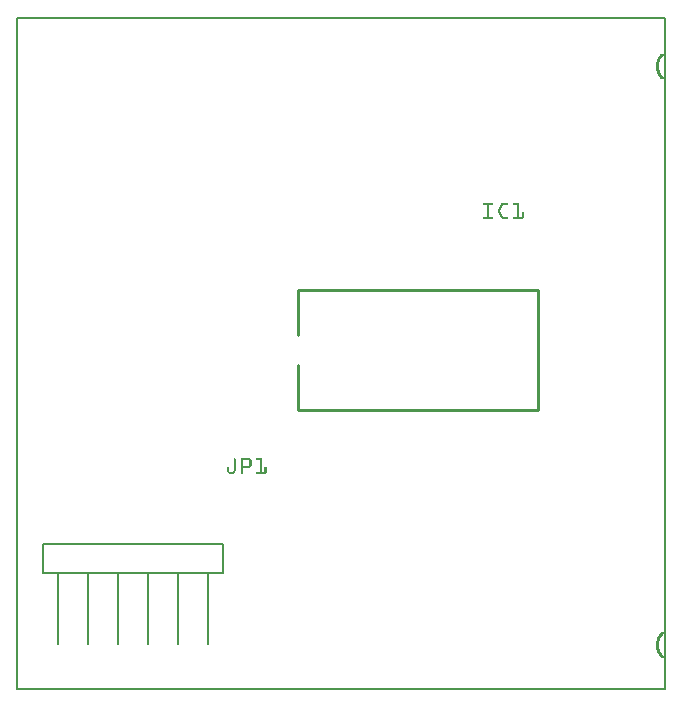
<source format=gto>
G04 MADE WITH FRITZING*
G04 WWW.FRITZING.ORG*
G04 DOUBLE SIDED*
G04 HOLES PLATED*
G04 CONTOUR ON CENTER OF CONTOUR VECTOR*
%ASAXBY*%
%FSLAX23Y23*%
%MOIN*%
%OFA0B0*%
%SFA1.0B1.0*%
%ADD10R,2.165350X2.244090X2.149350X2.228090*%
%ADD11C,0.008000*%
%ADD12C,0.010000*%
%ADD13C,0.005000*%
%ADD14R,0.001000X0.001000*%
%LNSILK1*%
G90*
G70*
G54D11*
X4Y2240D02*
X2161Y2240D01*
X2161Y4D01*
X4Y4D01*
X4Y2240D01*
D02*
G54D12*
X939Y934D02*
X1739Y934D01*
D02*
X1739Y934D02*
X1739Y1334D01*
D02*
X1739Y1334D02*
X939Y1334D01*
D02*
X939Y934D02*
X939Y1084D01*
D02*
X939Y1184D02*
X939Y1334D01*
G54D13*
D02*
X690Y488D02*
X90Y488D01*
D02*
X90Y488D02*
X90Y389D01*
D02*
X90Y389D02*
X140Y389D01*
D02*
X140Y389D02*
X240Y389D01*
D02*
X240Y389D02*
X340Y389D01*
D02*
X340Y389D02*
X440Y389D01*
D02*
X440Y389D02*
X540Y389D01*
D02*
X540Y389D02*
X640Y389D01*
D02*
X640Y389D02*
X690Y389D01*
D02*
X690Y389D02*
X690Y488D01*
D02*
X640Y389D02*
X640Y153D01*
D02*
X540Y389D02*
X540Y153D01*
D02*
X440Y389D02*
X440Y153D01*
D02*
X340Y389D02*
X340Y153D01*
D02*
X240Y389D02*
X240Y153D01*
D02*
X140Y389D02*
X140Y153D01*
G54D14*
X2150Y2121D02*
X2165Y2121D01*
X2149Y2120D02*
X2163Y2120D01*
X2148Y2119D02*
X2162Y2119D01*
X2147Y2118D02*
X2161Y2118D01*
X2146Y2117D02*
X2160Y2117D01*
X2145Y2116D02*
X2158Y2116D01*
X2144Y2115D02*
X2157Y2115D01*
X2144Y2114D02*
X2156Y2114D01*
X2143Y2113D02*
X2155Y2113D01*
X2142Y2112D02*
X2154Y2112D01*
X2142Y2111D02*
X2153Y2111D01*
X2141Y2110D02*
X2153Y2110D01*
X2141Y2109D02*
X2152Y2109D01*
X2140Y2108D02*
X2151Y2108D01*
X2139Y2107D02*
X2150Y2107D01*
X2139Y2106D02*
X2150Y2106D01*
X2138Y2105D02*
X2149Y2105D01*
X2138Y2104D02*
X2148Y2104D01*
X2137Y2103D02*
X2148Y2103D01*
X2137Y2102D02*
X2147Y2102D01*
X2137Y2101D02*
X2147Y2101D01*
X2136Y2100D02*
X2146Y2100D01*
X2136Y2099D02*
X2146Y2099D01*
X2136Y2098D02*
X2145Y2098D01*
X2135Y2097D02*
X2145Y2097D01*
X2135Y2096D02*
X2145Y2096D01*
X2135Y2095D02*
X2144Y2095D01*
X2134Y2094D02*
X2144Y2094D01*
X2134Y2093D02*
X2144Y2093D01*
X2134Y2092D02*
X2143Y2092D01*
X2134Y2091D02*
X2143Y2091D01*
X2133Y2090D02*
X2143Y2090D01*
X2133Y2089D02*
X2143Y2089D01*
X2133Y2088D02*
X2143Y2088D01*
X2133Y2087D02*
X2142Y2087D01*
X2133Y2086D02*
X2142Y2086D01*
X2133Y2085D02*
X2142Y2085D01*
X2133Y2084D02*
X2142Y2084D01*
X2133Y2083D02*
X2142Y2083D01*
X2133Y2082D02*
X2142Y2082D01*
X2133Y2081D02*
X2142Y2081D01*
X2132Y2080D02*
X2142Y2080D01*
X2132Y2079D02*
X2142Y2079D01*
X2133Y2078D02*
X2142Y2078D01*
X2133Y2077D02*
X2142Y2077D01*
X2133Y2076D02*
X2142Y2076D01*
X2133Y2075D02*
X2142Y2075D01*
X2133Y2074D02*
X2142Y2074D01*
X2133Y2073D02*
X2142Y2073D01*
X2133Y2072D02*
X2142Y2072D01*
X2133Y2071D02*
X2143Y2071D01*
X2133Y2070D02*
X2143Y2070D01*
X2133Y2069D02*
X2143Y2069D01*
X2134Y2068D02*
X2143Y2068D01*
X2134Y2067D02*
X2143Y2067D01*
X2134Y2066D02*
X2144Y2066D01*
X2134Y2065D02*
X2144Y2065D01*
X2135Y2064D02*
X2144Y2064D01*
X2135Y2063D02*
X2145Y2063D01*
X2135Y2062D02*
X2145Y2062D01*
X2135Y2061D02*
X2145Y2061D01*
X2136Y2060D02*
X2146Y2060D01*
X2136Y2059D02*
X2146Y2059D01*
X2137Y2058D02*
X2147Y2058D01*
X2137Y2057D02*
X2147Y2057D01*
X2137Y2056D02*
X2148Y2056D01*
X2138Y2055D02*
X2148Y2055D01*
X2138Y2054D02*
X2149Y2054D01*
X2139Y2053D02*
X2150Y2053D01*
X2139Y2052D02*
X2150Y2052D01*
X2140Y2051D02*
X2151Y2051D01*
X2140Y2050D02*
X2152Y2050D01*
X2141Y2049D02*
X2152Y2049D01*
X2142Y2048D02*
X2153Y2048D01*
X2142Y2047D02*
X2154Y2047D01*
X2143Y2046D02*
X2155Y2046D01*
X2144Y2045D02*
X2156Y2045D01*
X2144Y2044D02*
X2157Y2044D01*
X2145Y2043D02*
X2158Y2043D01*
X2146Y2042D02*
X2159Y2042D01*
X2147Y2041D02*
X2160Y2041D01*
X2147Y2040D02*
X2162Y2040D01*
X2148Y2039D02*
X2163Y2039D01*
X2149Y2038D02*
X2165Y2038D01*
X1558Y1624D02*
X1589Y1624D01*
X1621Y1624D02*
X1639Y1624D01*
X1658Y1624D02*
X1677Y1624D01*
X1558Y1623D02*
X1590Y1623D01*
X1619Y1623D02*
X1640Y1623D01*
X1657Y1623D02*
X1677Y1623D01*
X1557Y1622D02*
X1590Y1622D01*
X1618Y1622D02*
X1640Y1622D01*
X1657Y1622D02*
X1677Y1622D01*
X1557Y1621D02*
X1591Y1621D01*
X1617Y1621D02*
X1641Y1621D01*
X1657Y1621D02*
X1677Y1621D01*
X1557Y1620D02*
X1590Y1620D01*
X1616Y1620D02*
X1640Y1620D01*
X1657Y1620D02*
X1677Y1620D01*
X1558Y1619D02*
X1590Y1619D01*
X1616Y1619D02*
X1640Y1619D01*
X1658Y1619D02*
X1677Y1619D01*
X1559Y1618D02*
X1588Y1618D01*
X1615Y1618D02*
X1638Y1618D01*
X1659Y1618D02*
X1677Y1618D01*
X1571Y1617D02*
X1577Y1617D01*
X1615Y1617D02*
X1622Y1617D01*
X1671Y1617D02*
X1677Y1617D01*
X1571Y1616D02*
X1577Y1616D01*
X1614Y1616D02*
X1621Y1616D01*
X1671Y1616D02*
X1677Y1616D01*
X1571Y1615D02*
X1577Y1615D01*
X1614Y1615D02*
X1621Y1615D01*
X1671Y1615D02*
X1677Y1615D01*
X1571Y1614D02*
X1577Y1614D01*
X1613Y1614D02*
X1620Y1614D01*
X1671Y1614D02*
X1677Y1614D01*
X1571Y1613D02*
X1577Y1613D01*
X1613Y1613D02*
X1620Y1613D01*
X1671Y1613D02*
X1677Y1613D01*
X1571Y1612D02*
X1577Y1612D01*
X1612Y1612D02*
X1619Y1612D01*
X1671Y1612D02*
X1677Y1612D01*
X1571Y1611D02*
X1577Y1611D01*
X1612Y1611D02*
X1619Y1611D01*
X1671Y1611D02*
X1677Y1611D01*
X1571Y1610D02*
X1577Y1610D01*
X1611Y1610D02*
X1618Y1610D01*
X1671Y1610D02*
X1677Y1610D01*
X1571Y1609D02*
X1577Y1609D01*
X1611Y1609D02*
X1618Y1609D01*
X1671Y1609D02*
X1677Y1609D01*
X1571Y1608D02*
X1577Y1608D01*
X1610Y1608D02*
X1617Y1608D01*
X1671Y1608D02*
X1677Y1608D01*
X1571Y1607D02*
X1577Y1607D01*
X1610Y1607D02*
X1617Y1607D01*
X1671Y1607D02*
X1677Y1607D01*
X1571Y1606D02*
X1577Y1606D01*
X1609Y1606D02*
X1616Y1606D01*
X1671Y1606D02*
X1677Y1606D01*
X1571Y1605D02*
X1577Y1605D01*
X1609Y1605D02*
X1616Y1605D01*
X1671Y1605D02*
X1677Y1605D01*
X1571Y1604D02*
X1577Y1604D01*
X1608Y1604D02*
X1615Y1604D01*
X1671Y1604D02*
X1677Y1604D01*
X1571Y1603D02*
X1577Y1603D01*
X1608Y1603D02*
X1615Y1603D01*
X1671Y1603D02*
X1677Y1603D01*
X1571Y1602D02*
X1577Y1602D01*
X1608Y1602D02*
X1614Y1602D01*
X1671Y1602D02*
X1677Y1602D01*
X1571Y1601D02*
X1577Y1601D01*
X1607Y1601D02*
X1614Y1601D01*
X1671Y1601D02*
X1677Y1601D01*
X1571Y1600D02*
X1577Y1600D01*
X1607Y1600D02*
X1613Y1600D01*
X1671Y1600D02*
X1677Y1600D01*
X1571Y1599D02*
X1577Y1599D01*
X1607Y1599D02*
X1613Y1599D01*
X1671Y1599D02*
X1677Y1599D01*
X1571Y1598D02*
X1577Y1598D01*
X1607Y1598D02*
X1613Y1598D01*
X1671Y1598D02*
X1677Y1598D01*
X1571Y1597D02*
X1577Y1597D01*
X1607Y1597D02*
X1613Y1597D01*
X1671Y1597D02*
X1677Y1597D01*
X1571Y1596D02*
X1577Y1596D01*
X1607Y1596D02*
X1613Y1596D01*
X1671Y1596D02*
X1677Y1596D01*
X1571Y1595D02*
X1577Y1595D01*
X1607Y1595D02*
X1613Y1595D01*
X1671Y1595D02*
X1677Y1595D01*
X1687Y1595D02*
X1688Y1595D01*
X1571Y1594D02*
X1577Y1594D01*
X1607Y1594D02*
X1614Y1594D01*
X1671Y1594D02*
X1677Y1594D01*
X1685Y1594D02*
X1690Y1594D01*
X1571Y1593D02*
X1577Y1593D01*
X1608Y1593D02*
X1614Y1593D01*
X1671Y1593D02*
X1677Y1593D01*
X1685Y1593D02*
X1690Y1593D01*
X1571Y1592D02*
X1577Y1592D01*
X1608Y1592D02*
X1615Y1592D01*
X1671Y1592D02*
X1677Y1592D01*
X1685Y1592D02*
X1691Y1592D01*
X1571Y1591D02*
X1577Y1591D01*
X1609Y1591D02*
X1615Y1591D01*
X1671Y1591D02*
X1677Y1591D01*
X1685Y1591D02*
X1691Y1591D01*
X1571Y1590D02*
X1577Y1590D01*
X1609Y1590D02*
X1616Y1590D01*
X1671Y1590D02*
X1677Y1590D01*
X1685Y1590D02*
X1691Y1590D01*
X1571Y1589D02*
X1577Y1589D01*
X1609Y1589D02*
X1616Y1589D01*
X1671Y1589D02*
X1677Y1589D01*
X1685Y1589D02*
X1691Y1589D01*
X1571Y1588D02*
X1577Y1588D01*
X1610Y1588D02*
X1617Y1588D01*
X1671Y1588D02*
X1677Y1588D01*
X1685Y1588D02*
X1691Y1588D01*
X1571Y1587D02*
X1577Y1587D01*
X1610Y1587D02*
X1617Y1587D01*
X1671Y1587D02*
X1677Y1587D01*
X1685Y1587D02*
X1691Y1587D01*
X1571Y1586D02*
X1577Y1586D01*
X1611Y1586D02*
X1618Y1586D01*
X1671Y1586D02*
X1677Y1586D01*
X1685Y1586D02*
X1691Y1586D01*
X1571Y1585D02*
X1577Y1585D01*
X1611Y1585D02*
X1618Y1585D01*
X1671Y1585D02*
X1677Y1585D01*
X1685Y1585D02*
X1691Y1585D01*
X1571Y1584D02*
X1577Y1584D01*
X1612Y1584D02*
X1619Y1584D01*
X1671Y1584D02*
X1677Y1584D01*
X1685Y1584D02*
X1691Y1584D01*
X1571Y1583D02*
X1577Y1583D01*
X1612Y1583D02*
X1619Y1583D01*
X1671Y1583D02*
X1677Y1583D01*
X1685Y1583D02*
X1691Y1583D01*
X1571Y1582D02*
X1577Y1582D01*
X1613Y1582D02*
X1620Y1582D01*
X1671Y1582D02*
X1677Y1582D01*
X1685Y1582D02*
X1691Y1582D01*
X1571Y1581D02*
X1577Y1581D01*
X1613Y1581D02*
X1620Y1581D01*
X1671Y1581D02*
X1677Y1581D01*
X1685Y1581D02*
X1691Y1581D01*
X1571Y1580D02*
X1577Y1580D01*
X1614Y1580D02*
X1621Y1580D01*
X1671Y1580D02*
X1677Y1580D01*
X1685Y1580D02*
X1691Y1580D01*
X1571Y1579D02*
X1577Y1579D01*
X1614Y1579D02*
X1621Y1579D01*
X1671Y1579D02*
X1677Y1579D01*
X1685Y1579D02*
X1691Y1579D01*
X1571Y1578D02*
X1577Y1578D01*
X1615Y1578D02*
X1623Y1578D01*
X1671Y1578D02*
X1677Y1578D01*
X1684Y1578D02*
X1691Y1578D01*
X1559Y1577D02*
X1589Y1577D01*
X1615Y1577D02*
X1639Y1577D01*
X1659Y1577D02*
X1691Y1577D01*
X1558Y1576D02*
X1590Y1576D01*
X1616Y1576D02*
X1640Y1576D01*
X1658Y1576D02*
X1691Y1576D01*
X1557Y1575D02*
X1590Y1575D01*
X1617Y1575D02*
X1640Y1575D01*
X1657Y1575D02*
X1691Y1575D01*
X1557Y1574D02*
X1591Y1574D01*
X1618Y1574D02*
X1641Y1574D01*
X1657Y1574D02*
X1691Y1574D01*
X1557Y1573D02*
X1590Y1573D01*
X1619Y1573D02*
X1640Y1573D01*
X1657Y1573D02*
X1690Y1573D01*
X1558Y1572D02*
X1590Y1572D01*
X1620Y1572D02*
X1640Y1572D01*
X1658Y1572D02*
X1690Y1572D01*
X1559Y1571D02*
X1589Y1571D01*
X1622Y1571D02*
X1639Y1571D01*
X1659Y1571D02*
X1688Y1571D01*
X726Y774D02*
X729Y774D01*
X750Y774D02*
X777Y774D01*
X802Y774D02*
X820Y774D01*
X725Y773D02*
X730Y773D01*
X750Y773D02*
X779Y773D01*
X801Y773D02*
X820Y773D01*
X725Y772D02*
X730Y772D01*
X750Y772D02*
X780Y772D01*
X801Y772D02*
X820Y772D01*
X725Y771D02*
X731Y771D01*
X750Y771D02*
X781Y771D01*
X800Y771D02*
X820Y771D01*
X725Y770D02*
X731Y770D01*
X750Y770D02*
X782Y770D01*
X801Y770D02*
X820Y770D01*
X725Y769D02*
X731Y769D01*
X750Y769D02*
X783Y769D01*
X801Y769D02*
X820Y769D01*
X725Y768D02*
X731Y768D01*
X750Y768D02*
X783Y768D01*
X802Y768D02*
X820Y768D01*
X725Y767D02*
X731Y767D01*
X750Y767D02*
X756Y767D01*
X776Y767D02*
X784Y767D01*
X814Y767D02*
X820Y767D01*
X725Y766D02*
X731Y766D01*
X750Y766D02*
X756Y766D01*
X777Y766D02*
X784Y766D01*
X814Y766D02*
X820Y766D01*
X725Y765D02*
X731Y765D01*
X750Y765D02*
X756Y765D01*
X778Y765D02*
X784Y765D01*
X814Y765D02*
X820Y765D01*
X725Y764D02*
X731Y764D01*
X750Y764D02*
X756Y764D01*
X778Y764D02*
X784Y764D01*
X814Y764D02*
X820Y764D01*
X725Y763D02*
X731Y763D01*
X750Y763D02*
X756Y763D01*
X778Y763D02*
X784Y763D01*
X814Y763D02*
X820Y763D01*
X725Y762D02*
X731Y762D01*
X750Y762D02*
X756Y762D01*
X778Y762D02*
X784Y762D01*
X814Y762D02*
X820Y762D01*
X725Y761D02*
X731Y761D01*
X750Y761D02*
X756Y761D01*
X778Y761D02*
X784Y761D01*
X814Y761D02*
X820Y761D01*
X725Y760D02*
X731Y760D01*
X750Y760D02*
X756Y760D01*
X778Y760D02*
X784Y760D01*
X814Y760D02*
X820Y760D01*
X725Y759D02*
X731Y759D01*
X750Y759D02*
X756Y759D01*
X778Y759D02*
X784Y759D01*
X814Y759D02*
X820Y759D01*
X725Y758D02*
X731Y758D01*
X750Y758D02*
X756Y758D01*
X778Y758D02*
X784Y758D01*
X814Y758D02*
X820Y758D01*
X725Y757D02*
X731Y757D01*
X750Y757D02*
X756Y757D01*
X778Y757D02*
X784Y757D01*
X814Y757D02*
X820Y757D01*
X725Y756D02*
X731Y756D01*
X750Y756D02*
X756Y756D01*
X778Y756D02*
X784Y756D01*
X814Y756D02*
X820Y756D01*
X725Y755D02*
X731Y755D01*
X750Y755D02*
X756Y755D01*
X778Y755D02*
X784Y755D01*
X814Y755D02*
X820Y755D01*
X725Y754D02*
X731Y754D01*
X750Y754D02*
X756Y754D01*
X778Y754D02*
X784Y754D01*
X814Y754D02*
X820Y754D01*
X725Y753D02*
X731Y753D01*
X750Y753D02*
X756Y753D01*
X778Y753D02*
X784Y753D01*
X814Y753D02*
X820Y753D01*
X725Y752D02*
X731Y752D01*
X750Y752D02*
X756Y752D01*
X778Y752D02*
X784Y752D01*
X814Y752D02*
X820Y752D01*
X725Y751D02*
X731Y751D01*
X750Y751D02*
X756Y751D01*
X778Y751D02*
X784Y751D01*
X814Y751D02*
X820Y751D01*
X725Y750D02*
X731Y750D01*
X750Y750D02*
X756Y750D01*
X778Y750D02*
X784Y750D01*
X814Y750D02*
X820Y750D01*
X725Y749D02*
X731Y749D01*
X750Y749D02*
X756Y749D01*
X777Y749D02*
X784Y749D01*
X814Y749D02*
X820Y749D01*
X725Y748D02*
X731Y748D01*
X750Y748D02*
X783Y748D01*
X814Y748D02*
X820Y748D01*
X725Y747D02*
X731Y747D01*
X750Y747D02*
X783Y747D01*
X814Y747D02*
X820Y747D01*
X725Y746D02*
X731Y746D01*
X750Y746D02*
X782Y746D01*
X814Y746D02*
X820Y746D01*
X707Y745D02*
X707Y745D01*
X725Y745D02*
X731Y745D01*
X750Y745D02*
X782Y745D01*
X814Y745D02*
X820Y745D01*
X831Y745D02*
X831Y745D01*
X705Y744D02*
X709Y744D01*
X725Y744D02*
X731Y744D01*
X750Y744D02*
X781Y744D01*
X814Y744D02*
X820Y744D01*
X829Y744D02*
X833Y744D01*
X704Y743D02*
X710Y743D01*
X725Y743D02*
X731Y743D01*
X750Y743D02*
X780Y743D01*
X814Y743D02*
X820Y743D01*
X828Y743D02*
X834Y743D01*
X704Y742D02*
X710Y742D01*
X725Y742D02*
X731Y742D01*
X750Y742D02*
X778Y742D01*
X814Y742D02*
X820Y742D01*
X828Y742D02*
X834Y742D01*
X704Y741D02*
X710Y741D01*
X725Y741D02*
X731Y741D01*
X750Y741D02*
X773Y741D01*
X814Y741D02*
X820Y741D01*
X828Y741D02*
X834Y741D01*
X704Y740D02*
X710Y740D01*
X725Y740D02*
X731Y740D01*
X750Y740D02*
X756Y740D01*
X814Y740D02*
X820Y740D01*
X828Y740D02*
X834Y740D01*
X704Y739D02*
X710Y739D01*
X725Y739D02*
X731Y739D01*
X750Y739D02*
X756Y739D01*
X814Y739D02*
X820Y739D01*
X828Y739D02*
X834Y739D01*
X704Y738D02*
X710Y738D01*
X725Y738D02*
X731Y738D01*
X750Y738D02*
X756Y738D01*
X814Y738D02*
X820Y738D01*
X828Y738D02*
X834Y738D01*
X704Y737D02*
X710Y737D01*
X725Y737D02*
X731Y737D01*
X750Y737D02*
X756Y737D01*
X814Y737D02*
X820Y737D01*
X828Y737D02*
X834Y737D01*
X704Y736D02*
X710Y736D01*
X725Y736D02*
X731Y736D01*
X750Y736D02*
X756Y736D01*
X814Y736D02*
X820Y736D01*
X828Y736D02*
X834Y736D01*
X704Y735D02*
X710Y735D01*
X725Y735D02*
X731Y735D01*
X750Y735D02*
X756Y735D01*
X814Y735D02*
X820Y735D01*
X828Y735D02*
X834Y735D01*
X704Y734D02*
X710Y734D01*
X725Y734D02*
X731Y734D01*
X750Y734D02*
X756Y734D01*
X814Y734D02*
X820Y734D01*
X828Y734D02*
X834Y734D01*
X704Y733D02*
X710Y733D01*
X725Y733D02*
X731Y733D01*
X750Y733D02*
X756Y733D01*
X814Y733D02*
X820Y733D01*
X828Y733D02*
X834Y733D01*
X704Y732D02*
X710Y732D01*
X725Y732D02*
X731Y732D01*
X750Y732D02*
X756Y732D01*
X814Y732D02*
X820Y732D01*
X828Y732D02*
X834Y732D01*
X704Y731D02*
X710Y731D01*
X725Y731D02*
X731Y731D01*
X750Y731D02*
X756Y731D01*
X814Y731D02*
X820Y731D01*
X828Y731D02*
X834Y731D01*
X704Y730D02*
X710Y730D01*
X724Y730D02*
X730Y730D01*
X750Y730D02*
X756Y730D01*
X814Y730D02*
X820Y730D01*
X828Y730D02*
X834Y730D01*
X704Y729D02*
X710Y729D01*
X724Y729D02*
X730Y729D01*
X750Y729D02*
X756Y729D01*
X814Y729D02*
X820Y729D01*
X828Y729D02*
X834Y729D01*
X704Y728D02*
X712Y728D01*
X723Y728D02*
X730Y728D01*
X750Y728D02*
X756Y728D01*
X814Y728D02*
X820Y728D01*
X828Y728D02*
X834Y728D01*
X705Y727D02*
X730Y727D01*
X750Y727D02*
X756Y727D01*
X802Y727D02*
X834Y727D01*
X705Y726D02*
X729Y726D01*
X750Y726D02*
X756Y726D01*
X801Y726D02*
X834Y726D01*
X706Y725D02*
X729Y725D01*
X750Y725D02*
X756Y725D01*
X801Y725D02*
X834Y725D01*
X707Y724D02*
X728Y724D01*
X750Y724D02*
X756Y724D01*
X800Y724D02*
X834Y724D01*
X708Y723D02*
X727Y723D01*
X751Y723D02*
X756Y723D01*
X801Y723D02*
X834Y723D01*
X709Y722D02*
X726Y722D01*
X751Y722D02*
X756Y722D01*
X801Y722D02*
X833Y722D01*
X711Y721D02*
X723Y721D01*
X752Y721D02*
X755Y721D01*
X802Y721D02*
X832Y721D01*
X2150Y192D02*
X2165Y192D01*
X2149Y191D02*
X2164Y191D01*
X2148Y190D02*
X2162Y190D01*
X2147Y189D02*
X2161Y189D01*
X2146Y188D02*
X2160Y188D01*
X2145Y187D02*
X2158Y187D01*
X2144Y186D02*
X2157Y186D01*
X2144Y185D02*
X2156Y185D01*
X2143Y184D02*
X2155Y184D01*
X2142Y183D02*
X2154Y183D01*
X2142Y182D02*
X2154Y182D01*
X2141Y181D02*
X2153Y181D01*
X2141Y180D02*
X2152Y180D01*
X2140Y179D02*
X2151Y179D01*
X2139Y178D02*
X2150Y178D01*
X2139Y177D02*
X2150Y177D01*
X2138Y176D02*
X2149Y176D01*
X2138Y175D02*
X2149Y175D01*
X2137Y174D02*
X2148Y174D01*
X2137Y173D02*
X2147Y173D01*
X2137Y172D02*
X2147Y172D01*
X2136Y171D02*
X2146Y171D01*
X2136Y170D02*
X2146Y170D01*
X2136Y169D02*
X2145Y169D01*
X2135Y168D02*
X2145Y168D01*
X2135Y167D02*
X2145Y167D01*
X2135Y166D02*
X2144Y166D01*
X2134Y165D02*
X2144Y165D01*
X2134Y164D02*
X2144Y164D01*
X2134Y163D02*
X2144Y163D01*
X2134Y162D02*
X2143Y162D01*
X2133Y161D02*
X2143Y161D01*
X2133Y160D02*
X2143Y160D01*
X2133Y159D02*
X2143Y159D01*
X2133Y158D02*
X2142Y158D01*
X2133Y157D02*
X2142Y157D01*
X2133Y156D02*
X2142Y156D01*
X2133Y155D02*
X2142Y155D01*
X2133Y154D02*
X2142Y154D01*
X2133Y153D02*
X2142Y153D01*
X2133Y152D02*
X2142Y152D01*
X2132Y151D02*
X2142Y151D01*
X2132Y150D02*
X2142Y150D01*
X2133Y149D02*
X2142Y149D01*
X2133Y148D02*
X2142Y148D01*
X2133Y147D02*
X2142Y147D01*
X2133Y146D02*
X2142Y146D01*
X2133Y145D02*
X2142Y145D01*
X2133Y144D02*
X2142Y144D01*
X2133Y143D02*
X2142Y143D01*
X2133Y142D02*
X2143Y142D01*
X2133Y141D02*
X2143Y141D01*
X2133Y140D02*
X2143Y140D01*
X2134Y139D02*
X2143Y139D01*
X2134Y138D02*
X2143Y138D01*
X2134Y137D02*
X2144Y137D01*
X2134Y136D02*
X2144Y136D01*
X2135Y135D02*
X2144Y135D01*
X2135Y134D02*
X2145Y134D01*
X2135Y133D02*
X2145Y133D01*
X2135Y132D02*
X2145Y132D01*
X2136Y131D02*
X2146Y131D01*
X2136Y130D02*
X2146Y130D01*
X2137Y129D02*
X2147Y129D01*
X2137Y128D02*
X2147Y128D01*
X2137Y127D02*
X2148Y127D01*
X2138Y126D02*
X2148Y126D01*
X2138Y125D02*
X2149Y125D01*
X2139Y124D02*
X2150Y124D01*
X2139Y123D02*
X2150Y123D01*
X2140Y122D02*
X2151Y122D01*
X2140Y121D02*
X2152Y121D01*
X2141Y120D02*
X2152Y120D01*
X2142Y119D02*
X2153Y119D01*
X2142Y118D02*
X2154Y118D01*
X2143Y117D02*
X2155Y117D01*
X2143Y116D02*
X2156Y116D01*
X2144Y115D02*
X2157Y115D01*
X2145Y114D02*
X2158Y114D01*
X2146Y113D02*
X2159Y113D01*
X2147Y112D02*
X2160Y112D01*
X2147Y111D02*
X2162Y111D01*
X2148Y110D02*
X2163Y110D01*
X2149Y109D02*
X2165Y109D01*
D02*
G04 End of Silk1*
M02*
</source>
